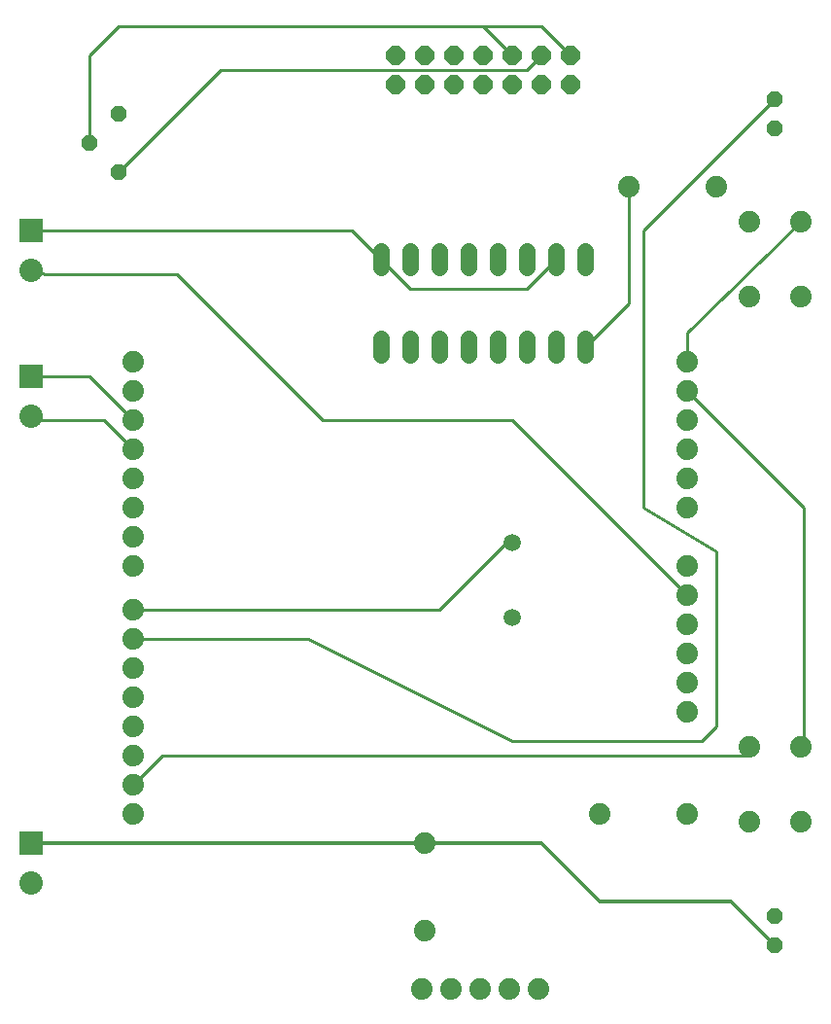
<source format=gbl>
G75*
G70*
%OFA0B0*%
%FSLAX24Y24*%
%IPPOS*%
%LPD*%
%AMOC8*
5,1,8,0,0,1.08239X$1,22.5*
%
%ADD10C,0.0740*%
%ADD11R,0.0800X0.0800*%
%ADD12C,0.0800*%
%ADD13OC8,0.0560*%
%ADD14C,0.0594*%
%ADD15C,0.0560*%
%ADD16OC8,0.0640*%
%ADD17C,0.0100*%
%ADD18C,0.0120*%
D10*
X005681Y007189D03*
X005681Y008189D03*
X005681Y009189D03*
X005681Y010189D03*
X005681Y011189D03*
X005681Y012189D03*
X005681Y013189D03*
X005681Y014189D03*
X005681Y015689D03*
X005681Y016689D03*
X005681Y017689D03*
X005681Y018689D03*
X005681Y019689D03*
X005681Y020689D03*
X005681Y021689D03*
X005681Y022689D03*
X015681Y006189D03*
X015681Y003189D03*
X015575Y001189D03*
X016575Y001189D03*
X017575Y001189D03*
X018575Y001189D03*
X019575Y001189D03*
X021681Y007189D03*
X024681Y007189D03*
X026791Y006909D03*
X028571Y006909D03*
X028571Y009469D03*
X026791Y009469D03*
X024681Y010689D03*
X024681Y011689D03*
X024681Y012689D03*
X024681Y013689D03*
X024681Y014689D03*
X024681Y015689D03*
X024681Y017689D03*
X024681Y018689D03*
X024681Y019689D03*
X024681Y020689D03*
X024681Y021689D03*
X024681Y022689D03*
X026791Y024909D03*
X028571Y024909D03*
X028571Y027469D03*
X026791Y027469D03*
X025681Y028689D03*
X022681Y028689D03*
D11*
X002181Y027189D03*
X002181Y022189D03*
X002181Y006189D03*
D12*
X002181Y004811D03*
X002181Y020811D03*
X002181Y025811D03*
D13*
X005181Y029189D03*
X004181Y030189D03*
X005181Y031189D03*
X027681Y030689D03*
X027681Y031689D03*
X027681Y003689D03*
X027681Y002689D03*
D14*
X018681Y013910D03*
X018681Y016469D03*
D15*
X018181Y022909D02*
X018181Y023469D01*
X017181Y023469D02*
X017181Y022909D01*
X016181Y022909D02*
X016181Y023469D01*
X015181Y023469D02*
X015181Y022909D01*
X014181Y022909D02*
X014181Y023469D01*
X014181Y025909D02*
X014181Y026469D01*
X015181Y026469D02*
X015181Y025909D01*
X016181Y025909D02*
X016181Y026469D01*
X017181Y026469D02*
X017181Y025909D01*
X018181Y025909D02*
X018181Y026469D01*
X019181Y026469D02*
X019181Y025909D01*
X020181Y025909D02*
X020181Y026469D01*
X021181Y026469D02*
X021181Y025909D01*
X021181Y023469D02*
X021181Y022909D01*
X020181Y022909D02*
X020181Y023469D01*
X019181Y023469D02*
X019181Y022909D01*
D16*
X018681Y032189D03*
X017681Y032189D03*
X016681Y032189D03*
X015681Y032189D03*
X014681Y032189D03*
X014681Y033189D03*
X015681Y033189D03*
X016681Y033189D03*
X017681Y033189D03*
X018681Y033189D03*
X019681Y033189D03*
X019681Y032189D03*
X020681Y032189D03*
X020681Y033189D03*
D17*
X019681Y034189D01*
X017681Y034189D01*
X005181Y034189D01*
X004181Y033189D01*
X004181Y030189D01*
X005181Y029189D02*
X008681Y032689D01*
X019181Y032689D01*
X019681Y033189D01*
X018681Y033189D02*
X017681Y034189D01*
X022681Y028689D02*
X022681Y024689D01*
X021181Y023189D01*
X019181Y025189D02*
X015181Y025189D01*
X014181Y026189D01*
X013181Y027189D01*
X002181Y027189D01*
X002181Y025811D02*
X002681Y025689D01*
X007181Y025689D01*
X012181Y020689D01*
X018681Y020689D01*
X024681Y014689D01*
X025681Y016189D02*
X025681Y010189D01*
X025181Y009689D01*
X018681Y009689D01*
X011681Y013189D01*
X005681Y013189D01*
X005681Y014189D02*
X016181Y014189D01*
X018681Y016689D01*
X018681Y016469D01*
X023181Y017689D02*
X025681Y016189D01*
X023181Y017689D02*
X023181Y027189D01*
X027681Y031689D01*
X028571Y027469D02*
X024681Y023689D01*
X024681Y022689D01*
X024681Y021689D02*
X028681Y017689D01*
X028681Y009689D01*
X028571Y009469D01*
X026791Y009469D02*
X026681Y009189D01*
X006681Y009189D01*
X005681Y008189D01*
X005681Y019689D02*
X004681Y020689D01*
X002181Y020689D01*
X002181Y020811D01*
X002181Y022189D02*
X004181Y022189D01*
X005681Y020689D01*
X019181Y025189D02*
X020181Y026189D01*
D18*
X019681Y006189D02*
X021681Y004189D01*
X026181Y004189D01*
X027681Y002689D01*
X019681Y006189D02*
X002181Y006189D01*
M02*

</source>
